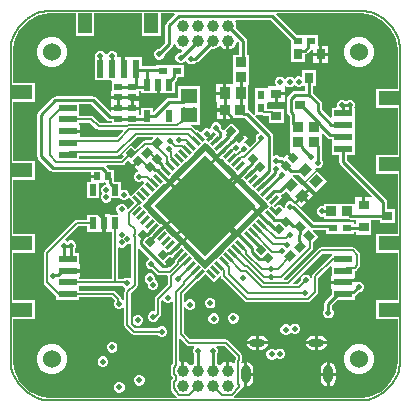
<source format=gbl>
G04*
G04 #@! TF.GenerationSoftware,Altium Limited,Altium Designer,22.10.1 (41)*
G04*
G04 Layer_Physical_Order=4*
G04 Layer_Color=16711680*
%FSLAX25Y25*%
%MOIN*%
G70*
G04*
G04 #@! TF.SameCoordinates,8BF85E7B-6BD0-4BB0-81CB-12CC6FA11C7D*
G04*
G04*
G04 #@! TF.FilePolarity,Positive*
G04*
G01*
G75*
%ADD17C,0.00500*%
%ADD45R,0.06102X0.02362*%
%ADD46R,0.07087X0.04724*%
%ADD49R,0.02362X0.02520*%
%ADD50R,0.02362X0.02953*%
%ADD52R,0.05512X0.05118*%
%ADD55R,0.02520X0.02362*%
%ADD62R,0.03543X0.03937*%
%ADD65C,0.01000*%
%ADD67O,0.05118X0.02559*%
%ADD68O,0.03051X0.06102*%
%ADD69C,0.03937*%
%ADD70C,0.06000*%
%ADD71C,0.01968*%
%ADD73R,0.03740X0.03347*%
%ADD74R,0.03347X0.03740*%
G04:AMPARAMS|DCode=75|XSize=10.24mil|YSize=33.86mil|CornerRadius=0mil|HoleSize=0mil|Usage=FLASHONLY|Rotation=315.000|XOffset=0mil|YOffset=0mil|HoleType=Round|Shape=Rectangle|*
%AMROTATEDRECTD75*
4,1,4,-0.01559,-0.00835,0.00835,0.01559,0.01559,0.00835,-0.00835,-0.01559,-0.01559,-0.00835,0.0*
%
%ADD75ROTATEDRECTD75*%

%ADD76R,0.02362X0.06102*%
%ADD77R,0.04724X0.07087*%
G04:AMPARAMS|DCode=78|XSize=31.5mil|YSize=35.43mil|CornerRadius=0mil|HoleSize=0mil|Usage=FLASHONLY|Rotation=135.000|XOffset=0mil|YOffset=0mil|HoleType=Round|Shape=Rectangle|*
%AMROTATEDRECTD78*
4,1,4,0.02366,0.00139,-0.00139,-0.02366,-0.02366,-0.00139,0.00139,0.02366,0.02366,0.00139,0.0*
%
%ADD78ROTATEDRECTD78*%

%ADD79R,0.02362X0.03937*%
%ADD80R,0.03543X0.03150*%
G04:AMPARAMS|DCode=81|XSize=25.2mil|YSize=23.62mil|CornerRadius=0mil|HoleSize=0mil|Usage=FLASHONLY|Rotation=135.000|XOffset=0mil|YOffset=0mil|HoleType=Round|Shape=Rectangle|*
%AMROTATEDRECTD81*
4,1,4,0.01726,-0.00056,0.00056,-0.01726,-0.01726,0.00056,-0.00056,0.01726,0.01726,-0.00056,0.0*
%
%ADD81ROTATEDRECTD81*%

%ADD82P,0.33407X4X360.0*%
G04:AMPARAMS|DCode=83|XSize=33.86mil|YSize=10.24mil|CornerRadius=0mil|HoleSize=0mil|Usage=FLASHONLY|Rotation=315.000|XOffset=0mil|YOffset=0mil|HoleType=Round|Shape=Rectangle|*
%AMROTATEDRECTD83*
4,1,4,-0.01559,0.00835,-0.00835,0.01559,0.01559,-0.00835,0.00835,-0.01559,-0.01559,0.00835,0.0*
%
%ADD83ROTATEDRECTD83*%

%ADD84R,0.02953X0.02362*%
G04:AMPARAMS|DCode=85|XSize=25.2mil|YSize=23.62mil|CornerRadius=0mil|HoleSize=0mil|Usage=FLASHONLY|Rotation=45.000|XOffset=0mil|YOffset=0mil|HoleType=Round|Shape=Rectangle|*
%AMROTATEDRECTD85*
4,1,4,-0.00056,-0.01726,-0.01726,-0.00056,0.00056,0.01726,0.01726,0.00056,-0.00056,-0.01726,0.0*
%
%ADD85ROTATEDRECTD85*%

%ADD86R,0.03150X0.03543*%
%ADD87R,0.02165X0.03937*%
G04:AMPARAMS|DCode=88|XSize=23.62mil|YSize=29.53mil|CornerRadius=0mil|HoleSize=0mil|Usage=FLASHONLY|Rotation=45.000|XOffset=0mil|YOffset=0mil|HoleType=Round|Shape=Rectangle|*
%AMROTATEDRECTD88*
4,1,4,0.00209,-0.01879,-0.01879,0.00209,-0.00209,0.01879,0.01879,-0.00209,0.00209,-0.01879,0.0*
%
%ADD88ROTATEDRECTD88*%

G04:AMPARAMS|DCode=89|XSize=23.62mil|YSize=29.53mil|CornerRadius=0mil|HoleSize=0mil|Usage=FLASHONLY|Rotation=315.000|XOffset=0mil|YOffset=0mil|HoleType=Round|Shape=Rectangle|*
%AMROTATEDRECTD89*
4,1,4,-0.01879,-0.00209,0.00209,0.01879,0.01879,0.00209,-0.00209,-0.01879,-0.01879,-0.00209,0.0*
%
%ADD89ROTATEDRECTD89*%

G36*
X51181Y64158D02*
X52032D01*
X53718Y63936D01*
X55361Y63496D01*
X56933Y62845D01*
X58406Y61994D01*
X59756Y60958D01*
X60958Y59756D01*
X61994Y58406D01*
X62845Y56933D01*
X63495Y55361D01*
X63936Y53718D01*
X64158Y52032D01*
X64158Y51181D01*
Y38976D01*
X56862D01*
Y32677D01*
X64158D01*
Y16929D01*
X56862D01*
Y10630D01*
X64158D01*
X64158Y-9449D01*
X56862D01*
Y-15748D01*
X64158D01*
Y-31496D01*
X56862D01*
Y-37795D01*
X64158D01*
Y-51181D01*
X64158Y-52032D01*
X63936Y-53718D01*
X63495Y-55361D01*
X62845Y-56933D01*
X61994Y-58406D01*
X60958Y-59756D01*
X59756Y-60958D01*
X58406Y-61994D01*
X56933Y-62845D01*
X55361Y-63496D01*
X53718Y-63936D01*
X52032Y-64158D01*
X51181D01*
X9759D01*
X9634Y-63959D01*
X9569Y-63658D01*
X11958Y-61269D01*
X12187Y-60926D01*
X12242Y-60653D01*
X12546Y-60385D01*
X12768Y-60277D01*
X12886Y-60300D01*
Y-56299D01*
Y-52298D01*
X12400Y-52395D01*
X12321Y-52447D01*
X12293Y-52432D01*
X11958Y-52104D01*
X12187Y-51761D01*
X12268Y-51356D01*
Y-50187D01*
X12187Y-49782D01*
X11958Y-49439D01*
X7441Y-44921D01*
X7098Y-44692D01*
X6693Y-44612D01*
X-5074D01*
X-7210Y-42475D01*
Y-33957D01*
X-6710Y-33857D01*
X-6620Y-34074D01*
X-6122Y-34573D01*
X-5471Y-34843D01*
X-4766D01*
X-4115Y-34573D01*
X-3616Y-34074D01*
X-3347Y-33423D01*
Y-32719D01*
X-3616Y-32067D01*
X-4115Y-31569D01*
X-4766Y-31299D01*
X-5471D01*
X-6122Y-31569D01*
X-6620Y-32067D01*
X-6710Y-32285D01*
X-7210Y-32185D01*
Y-29585D01*
X-2913Y-25288D01*
X-2742Y-25459D01*
X0Y-22716D01*
X2742Y-25459D01*
X4780Y-23421D01*
X5058Y-23537D01*
X5249Y-23659D01*
X5322Y-24027D01*
X5551Y-24370D01*
X13032Y-31850D01*
X13375Y-32080D01*
X13780Y-32160D01*
X34252D01*
X34657Y-32080D01*
X35000Y-31850D01*
X37362Y-29488D01*
X37591Y-29145D01*
X37672Y-28740D01*
Y-24060D01*
X41598Y-20134D01*
X42098Y-20341D01*
Y-23410D01*
X41886D01*
Y-25091D01*
X45937D01*
Y-26091D01*
X41886D01*
Y-27772D01*
X42098D01*
Y-29667D01*
X40017Y-31749D01*
X39732Y-32175D01*
X39632Y-32677D01*
Y-34634D01*
X39443Y-34823D01*
X39173Y-35474D01*
Y-36179D01*
X39443Y-36830D01*
X39941Y-37329D01*
X40593Y-37598D01*
X41297D01*
X41948Y-37329D01*
X42447Y-36830D01*
X42717Y-36179D01*
Y-35474D01*
X42447Y-34823D01*
X42257Y-34634D01*
Y-33221D01*
X43982Y-31496D01*
X49776D01*
Y-30074D01*
X49851Y-30059D01*
X50277Y-29775D01*
X51115Y-28937D01*
X51534D01*
X52185Y-28667D01*
X52683Y-28169D01*
X52953Y-27518D01*
Y-26813D01*
X52683Y-26162D01*
X52185Y-25663D01*
X51534Y-25394D01*
X50829D01*
X50488Y-25535D01*
X49988Y-25201D01*
Y-23410D01*
X49776D01*
Y-21775D01*
X50155Y-21700D01*
X50498Y-21470D01*
X51328Y-20640D01*
X51557Y-20297D01*
X51638Y-19892D01*
Y-16328D01*
X51557Y-15924D01*
X51328Y-15580D01*
X49961Y-14213D01*
X49617Y-13983D01*
X49213Y-13903D01*
X38511D01*
X38106Y-13983D01*
X37763Y-14213D01*
X27155Y-24820D01*
X26478D01*
X26271Y-24320D01*
X35628Y-14963D01*
X35858Y-14620D01*
X35938Y-14215D01*
Y-12197D01*
X37664Y-10471D01*
X35815Y-8622D01*
X36022Y-8122D01*
X40354D01*
Y-9449D01*
X49409D01*
Y-8793D01*
X50197D01*
Y-9646D01*
X55315D01*
X55315Y-4921D01*
X55788Y-4856D01*
X58071D01*
Y-5906D01*
X63189D01*
Y-1181D01*
X60671D01*
Y1163D01*
X60571Y1666D01*
X60286Y2092D01*
X47250Y15128D01*
Y16929D01*
X49776D01*
Y20866D01*
Y24803D01*
Y28740D01*
Y32677D01*
X49776D01*
X49681Y32818D01*
X49803Y33112D01*
Y33817D01*
X49533Y34468D01*
X49035Y34966D01*
X48384Y35236D01*
X47679D01*
X47028Y34966D01*
X46850Y34789D01*
X46673Y34966D01*
X46022Y35236D01*
X45317D01*
X44666Y34966D01*
X44167Y34468D01*
X43898Y33817D01*
Y33112D01*
X43906Y33093D01*
X43628Y32677D01*
X42098D01*
Y29363D01*
X41598Y29155D01*
X38714Y32040D01*
Y34252D01*
X38614Y34754D01*
X38330Y35180D01*
X35958Y37552D01*
Y39961D01*
X37008D01*
Y45079D01*
X32283D01*
Y43308D01*
X31784Y42974D01*
X31455Y43110D01*
X30750D01*
X30099Y42840D01*
X29600Y42342D01*
X29530Y42328D01*
X29165Y42693D01*
X28514Y42963D01*
X27809D01*
X27158Y42693D01*
X26895Y42430D01*
X26568Y42246D01*
X26241Y42430D01*
X25978Y42693D01*
X25327Y42963D01*
X24622D01*
X23971Y42693D01*
X23472Y42195D01*
X23203Y41543D01*
Y40839D01*
X23434Y40279D01*
X23227Y39779D01*
X20850D01*
Y39468D01*
X20472Y39173D01*
X20350Y39173D01*
X16535D01*
Y34646D01*
Y30367D01*
X16035Y30160D01*
X14748Y31448D01*
X14322Y31732D01*
X14075Y31782D01*
Y34547D01*
X14272Y34646D01*
Y40157D01*
X14469Y40256D01*
Y44874D01*
X14469Y45177D01*
X14469Y45677D01*
Y50295D01*
X13911D01*
Y54882D01*
X13811Y55384D01*
X13527Y55810D01*
X10142Y59194D01*
X10256Y59618D01*
Y60343D01*
X10068Y61044D01*
X9849Y61424D01*
X10137Y61924D01*
X21695D01*
X28543Y55075D01*
Y52756D01*
Y47835D01*
X33268D01*
Y50374D01*
X33664Y50453D01*
X34090Y50737D01*
X35286Y51934D01*
X35311Y51971D01*
X35811Y51819D01*
Y50894D01*
X37886D01*
Y53165D01*
X37598D01*
Y56693D01*
X30638D01*
X23635Y63696D01*
X23826Y64158D01*
X51181D01*
D02*
G37*
G36*
X30099Y39837D02*
X30750Y39567D01*
X31455D01*
X31874Y39741D01*
X31874Y39741D01*
X31875Y39741D01*
X32106Y39837D01*
X32165Y39878D01*
X32283Y39961D01*
Y39961D01*
X32283Y39961D01*
X33333D01*
Y38320D01*
X29772D01*
X29270Y38221D01*
X28844Y37936D01*
X28643Y37635D01*
X27509Y36501D01*
X27224Y36075D01*
X27124Y35573D01*
Y31356D01*
X27224Y30854D01*
X27509Y30428D01*
X28026Y29911D01*
Y27354D01*
X28051Y27228D01*
Y24024D01*
X28051Y23720D01*
X28051Y23221D01*
Y18602D01*
X28139D01*
X28330Y18140D01*
X27933Y17743D01*
X29531Y16145D01*
X28824Y15438D01*
X27226Y17036D01*
X26058Y15868D01*
X26030Y15896D01*
X25605Y16180D01*
X25102Y16280D01*
X24632D01*
X24443Y16469D01*
X23791Y16739D01*
X23087D01*
X22896Y16660D01*
X22480Y16938D01*
Y23172D01*
X22380Y23674D01*
X22096Y24100D01*
X16577Y29618D01*
X16784Y30118D01*
X19068D01*
X19137Y30072D01*
X19541Y29991D01*
X21063D01*
Y27362D01*
X26181D01*
Y32087D01*
X22399D01*
X22297Y32107D01*
X20472D01*
Y34335D01*
X20850Y34630D01*
X20966Y34630D01*
X23122D01*
Y37205D01*
X23622D01*
Y37705D01*
X26394D01*
Y39727D01*
X26782Y40016D01*
X26895Y39952D01*
X27158Y39689D01*
X27809Y39419D01*
X28514D01*
X29165Y39689D01*
X29663Y40187D01*
X29734Y40201D01*
X30099Y39837D01*
D02*
G37*
G36*
X-43307Y64158D02*
Y56468D01*
X-37008D01*
Y64158D01*
X-21260D01*
Y56468D01*
X-14961D01*
Y64158D01*
X-10437D01*
X-10245Y63696D01*
X-12956Y60985D01*
X-13240Y60559D01*
X-13340Y60057D01*
Y54264D01*
X-15439Y52165D01*
X-15707D01*
X-16358Y51896D01*
X-16856Y51397D01*
X-17126Y50746D01*
Y50041D01*
X-16856Y49390D01*
X-16358Y48892D01*
X-15707Y48622D01*
X-15002D01*
X-14351Y48892D01*
X-13852Y49390D01*
X-13583Y50041D01*
Y50309D01*
X-11100Y52792D01*
X-10815Y53218D01*
X-10724Y53673D01*
X-10578Y53727D01*
X-10215Y53746D01*
X-9875Y53158D01*
X-9323Y52605D01*
X-8646Y52214D01*
X-8002Y52042D01*
X-7776Y51561D01*
X-8352Y50984D01*
X-8620D01*
X-9271Y50714D01*
X-9770Y50216D01*
X-10039Y49565D01*
Y48860D01*
X-9770Y48209D01*
X-9271Y47711D01*
X-8620Y47441D01*
X-7915D01*
X-7264Y47711D01*
X-6882Y48092D01*
X-6431Y48066D01*
X-6308Y48013D01*
X-6226Y47815D01*
X-5728Y47317D01*
X-5077Y47047D01*
X-4372D01*
X-3721Y47317D01*
X-3389Y47649D01*
X-3049Y47716D01*
X-2623Y48001D01*
X1714Y52338D01*
X2137Y52224D01*
X2863D01*
X3564Y52412D01*
X4192Y52775D01*
X4557Y53140D01*
X5048Y53155D01*
X5177Y53105D01*
X5677Y52605D01*
X6354Y52214D01*
X7000Y52041D01*
Y54980D01*
X8000D01*
Y52041D01*
X8646Y52214D01*
X9323Y52605D01*
X9875Y53158D01*
X10266Y53834D01*
X10439Y54478D01*
X10919Y54705D01*
X11286Y54338D01*
Y50295D01*
X9154D01*
Y45677D01*
X9154Y45374D01*
X9154Y44874D01*
Y40370D01*
X6898D01*
Y37402D01*
X6398D01*
Y36902D01*
X3626D01*
Y34433D01*
X3823D01*
Y32390D01*
X6496D01*
Y31890D01*
X6996D01*
Y29020D01*
X9169D01*
Y29232D01*
X12661D01*
X12787Y29207D01*
X13276D01*
X17853Y24630D01*
X17736Y24040D01*
X17500Y23943D01*
X17002Y23445D01*
X16732Y22793D01*
Y22088D01*
X16940Y21586D01*
X15013Y19658D01*
X14523Y19756D01*
X14441Y19953D01*
X13942Y20451D01*
X13291Y20721D01*
X13183D01*
X12976Y21221D01*
X14208Y22453D01*
X13019Y23641D01*
X11421Y22044D01*
X10714Y22751D01*
X12312Y24349D01*
X11123Y25537D01*
X10973Y25387D01*
X8673Y27687D01*
X6238Y25251D01*
X5740Y25300D01*
X5681Y25387D01*
X5315Y25754D01*
Y26283D01*
X5045Y26935D01*
X4547Y27433D01*
X3896Y27703D01*
X3191D01*
X2540Y27433D01*
X2041Y26935D01*
X1772Y26283D01*
Y25850D01*
X1646Y25738D01*
X1276Y25568D01*
X746Y25787D01*
X41D01*
X-610Y25518D01*
X-1108Y25019D01*
X-1251Y24675D01*
X-1840Y24556D01*
X-2742Y25459D01*
X-3098Y25103D01*
X-4174Y26179D01*
X-4517Y26408D01*
X-4820Y26469D01*
X-4771Y26969D01*
X-4289D01*
X-4289Y26969D01*
X-3585D01*
X-3585Y26969D01*
X-1969D01*
Y33268D01*
Y39961D01*
X-9055D01*
Y35868D01*
X-12049D01*
X-12551Y35768D01*
X-12977Y35483D01*
X-17118Y31342D01*
X-17618Y31549D01*
Y32480D01*
X-21358D01*
Y30289D01*
X-22150D01*
Y31941D01*
X-24409D01*
Y32941D01*
X-22150D01*
Y33882D01*
Y35563D01*
X-24409D01*
Y36563D01*
X-22150D01*
Y38215D01*
X-21358D01*
Y37598D01*
X-17831D01*
Y37386D01*
X-16248D01*
Y40354D01*
X-15248D01*
Y37386D01*
X-13665D01*
Y37598D01*
X-10138D01*
Y41254D01*
X-9595Y41796D01*
X-9311Y42222D01*
X-9211Y42724D01*
Y42913D01*
X-7283D01*
Y46850D01*
X-16339D01*
Y46588D01*
X-21260D01*
Y49382D01*
X-24984D01*
Y49595D01*
X-26665D01*
Y45543D01*
X-27665D01*
Y49595D01*
X-29331D01*
Y50156D01*
X-29600Y50807D01*
X-30099Y51305D01*
X-30750Y51575D01*
X-31455D01*
X-32106Y51305D01*
X-32604Y50807D01*
X-32780Y50382D01*
X-33016Y50368D01*
X-33301Y50432D01*
X-33537Y51004D01*
X-34036Y51502D01*
X-34687Y51772D01*
X-35392D01*
X-36043Y51502D01*
X-36541Y51004D01*
X-36811Y50352D01*
Y49648D01*
X-36989Y49382D01*
X-37008D01*
Y41705D01*
X-31595D01*
X-31181Y41496D01*
Y38244D01*
X-31394D01*
Y36563D01*
X-29134D01*
Y35563D01*
X-31394D01*
Y33882D01*
Y32941D01*
X-29134D01*
Y31941D01*
X-31394D01*
Y31541D01*
X-31856Y31350D01*
X-36580Y36074D01*
X-37005Y36358D01*
X-37508Y36458D01*
X-49521D01*
X-50024Y36358D01*
X-50047Y36343D01*
X-50502Y36252D01*
X-50928Y35967D01*
X-55653Y31243D01*
X-55937Y30817D01*
X-56037Y30315D01*
Y16535D01*
X-55937Y16033D01*
X-55653Y15607D01*
X-51715Y11670D01*
X-51290Y11386D01*
X-50787Y11286D01*
X-38165D01*
Y10343D01*
X-35984D01*
Y9342D01*
X-38165D01*
Y7874D01*
X-39567D01*
Y2362D01*
X-35630D01*
Y7583D01*
X-33803D01*
Y7795D01*
X-33323D01*
X-33161Y7295D01*
X-33413Y6901D01*
X-33471Y6865D01*
X-34074Y6615D01*
X-34573Y6117D01*
X-34843Y5466D01*
Y4761D01*
X-34573Y4110D01*
X-34398Y3935D01*
X-34573Y3760D01*
X-34843Y3108D01*
Y2403D01*
X-34573Y1752D01*
X-34074Y1254D01*
X-33423Y984D01*
X-32719D01*
X-32067Y1254D01*
X-31569Y1752D01*
X-31316Y2362D01*
X-28490D01*
X-28169Y2041D01*
X-27518Y1772D01*
X-26813D01*
X-26162Y2041D01*
X-25813Y2390D01*
X-25663Y2540D01*
X-25161Y2445D01*
X-23641Y925D01*
X-25681Y-1115D01*
X-26181Y-908D01*
Y-829D01*
X-26451Y-178D01*
X-26949Y321D01*
X-27600Y591D01*
X-28305D01*
X-28956Y321D01*
X-29455Y-178D01*
X-29724Y-829D01*
Y-1534D01*
X-29455Y-2185D01*
X-28990Y-2650D01*
X-29005Y-2809D01*
X-29136Y-3150D01*
X-31677D01*
Y-2937D01*
X-33358D01*
Y-5906D01*
Y-8874D01*
X-31677D01*
Y-8661D01*
X-31176D01*
Y-24533D01*
X-42098D01*
Y-23835D01*
X-41886D01*
Y-22154D01*
X-45937D01*
Y-21154D01*
X-41886D01*
Y-19473D01*
X-42098D01*
Y-15748D01*
X-43569D01*
Y-14579D01*
X-43380Y-14389D01*
X-43110Y-13738D01*
Y-13033D01*
X-43380Y-12382D01*
X-43878Y-11884D01*
X-44530Y-11614D01*
X-45234D01*
X-45885Y-11884D01*
X-46063Y-12061D01*
X-46240Y-11884D01*
X-46558Y-11753D01*
X-46675Y-11163D01*
X-42475Y-6963D01*
X-39567D01*
Y-8661D01*
X-36039D01*
Y-8874D01*
X-34358D01*
Y-5906D01*
Y-2937D01*
X-36039D01*
Y-3150D01*
X-39567D01*
Y-4848D01*
X-42913D01*
X-43318Y-4928D01*
X-43661Y-5158D01*
X-53504Y-15000D01*
X-53733Y-15343D01*
X-53814Y-15748D01*
Y-25591D01*
X-53733Y-25995D01*
X-53504Y-26338D01*
X-49776Y-30067D01*
Y-31496D01*
X-42098D01*
Y-30585D01*
X-31147D01*
X-30150Y-31582D01*
X-30242Y-31674D01*
X-30512Y-32325D01*
Y-33030D01*
X-30242Y-33681D01*
X-29744Y-34179D01*
X-29093Y-34449D01*
X-28388D01*
X-27737Y-34179D01*
X-27542Y-33985D01*
X-27042Y-34192D01*
Y-39764D01*
X-26961Y-40169D01*
X-26732Y-40512D01*
X-24514Y-42730D01*
X-24171Y-42959D01*
X-23766Y-43040D01*
X-16015D01*
X-15571Y-43484D01*
X-14919Y-43754D01*
X-14214D01*
X-13563Y-43484D01*
X-13065Y-42986D01*
X-12795Y-42335D01*
Y-41630D01*
X-13065Y-40979D01*
X-13563Y-40480D01*
X-14214Y-40211D01*
X-14919D01*
X-15571Y-40480D01*
X-16015Y-40925D01*
X-23328D01*
X-24927Y-39326D01*
Y-29178D01*
X-22874Y-27126D01*
X-22645Y-26783D01*
X-22564Y-26378D01*
Y-14310D01*
X-22064Y-14103D01*
X-18843Y-17325D01*
X-18960Y-17915D01*
X-19114Y-17978D01*
X-19612Y-18477D01*
X-19882Y-19128D01*
Y-19833D01*
X-19612Y-20484D01*
X-19114Y-20982D01*
X-18463Y-21252D01*
X-17834D01*
X-16291Y-22795D01*
X-15948Y-23024D01*
X-15543Y-23105D01*
X-12896D01*
X-12475Y-23550D01*
Y-26230D01*
X-16473Y-30228D01*
X-16702Y-30571D01*
X-16782Y-30976D01*
Y-35111D01*
X-16970Y-35236D01*
X-17675D01*
X-18326Y-35506D01*
X-18825Y-36004D01*
X-19094Y-36656D01*
Y-37360D01*
X-18825Y-38011D01*
X-18326Y-38510D01*
X-17675Y-38780D01*
X-16970D01*
X-16319Y-38510D01*
X-15821Y-38011D01*
X-15651Y-37600D01*
X-15594Y-37562D01*
X-14977Y-36945D01*
X-14747Y-36602D01*
X-14667Y-36197D01*
Y-31651D01*
X-14167Y-31552D01*
X-14100Y-31712D01*
X-13602Y-32211D01*
X-12951Y-32480D01*
X-12246D01*
X-11595Y-32211D01*
X-11400Y-32016D01*
X-10900Y-32223D01*
Y-52770D01*
X-11032Y-52941D01*
X-11439Y-53925D01*
X-11578Y-54980D01*
X-11439Y-56036D01*
X-11032Y-57019D01*
X-10900Y-57191D01*
Y-57770D01*
X-11032Y-57941D01*
X-11439Y-58925D01*
X-11578Y-59980D01*
X-11439Y-61036D01*
X-11032Y-62019D01*
X-10847Y-62343D01*
X-10789Y-62445D01*
X-10789Y-62445D01*
X-10786Y-62452D01*
X-10525Y-62712D01*
X-10525Y-62712D01*
X-10514Y-62713D01*
X-10510Y-62717D01*
X-10437Y-62790D01*
X-9569Y-63658D01*
X-9634Y-63959D01*
X-9759Y-64158D01*
X-51181D01*
X-52032D01*
X-53718Y-63936D01*
X-55361Y-63496D01*
X-56933Y-62845D01*
X-58406Y-61994D01*
X-59756Y-60958D01*
X-60958Y-59756D01*
X-61994Y-58406D01*
X-62845Y-56933D01*
X-63496Y-55361D01*
X-63936Y-53718D01*
X-64158Y-52032D01*
X-64158Y-51181D01*
Y-37795D01*
X-56862D01*
Y-31496D01*
X-64158D01*
Y-15748D01*
X-56862D01*
Y-9449D01*
X-64158D01*
X-64158Y8661D01*
X-56862D01*
Y14961D01*
X-64158D01*
Y34646D01*
X-56862D01*
Y40945D01*
X-64158D01*
Y51181D01*
Y52032D01*
X-63936Y53718D01*
X-63496Y55361D01*
X-62845Y56933D01*
X-61994Y58406D01*
X-60958Y59756D01*
X-59756Y60958D01*
X-58406Y61994D01*
X-56933Y62845D01*
X-55361Y63495D01*
X-53718Y63936D01*
X-52032Y64158D01*
X-51181Y64158D01*
X-43307D01*
D02*
G37*
G36*
X-32822Y28603D02*
X-32396Y28319D01*
X-31894Y28219D01*
X-31181D01*
Y27436D01*
X-35192D01*
X-37244Y29488D01*
X-37587Y29717D01*
X-37992Y29798D01*
X-42098D01*
Y30709D01*
Y33833D01*
X-38052D01*
X-32822Y28603D01*
D02*
G37*
G36*
X-36378Y25630D02*
X-36035Y25401D01*
X-35630Y25320D01*
X-27616D01*
X-27425Y24858D01*
X-29572Y22711D01*
X-41886D01*
Y24303D01*
X-45937D01*
Y25303D01*
X-41886D01*
Y26984D01*
X-42098D01*
Y27682D01*
X-38430D01*
X-36378Y25630D01*
D02*
G37*
G36*
X-17296Y22496D02*
X-18051Y21741D01*
X-20214D01*
X-20618Y21660D01*
X-20962Y21431D01*
X-23489Y18904D01*
X-24791Y20206D01*
X-27687Y17311D01*
X-27042Y16667D01*
X-28085Y15625D01*
X-42098D01*
Y16659D01*
X-29528D01*
X-29123Y16739D01*
X-28780Y16969D01*
X-22790Y22958D01*
X-17487D01*
X-17296Y22496D01*
D02*
G37*
G36*
X-22044Y14563D02*
X-23642Y12965D01*
X-22521Y11845D01*
X-22557Y11320D01*
X-23056Y11113D01*
X-23554Y10615D01*
X-23824Y9963D01*
Y9259D01*
X-23554Y8608D01*
X-23056Y8109D01*
X-22404Y7840D01*
X-21700D01*
X-21048Y8109D01*
X-21016Y8142D01*
X-20802Y8106D01*
X-20630Y7571D01*
X-24894Y3307D01*
X-25394Y3514D01*
Y3896D01*
X-25663Y4547D01*
X-26162Y5045D01*
X-26813Y5315D01*
X-27518D01*
X-27734Y5225D01*
X-28150Y5503D01*
Y7874D01*
X-30230D01*
X-30526Y8170D01*
Y9161D01*
X-30551Y9288D01*
Y11890D01*
X-32033D01*
X-32273Y12249D01*
X-33071Y13047D01*
X-32880Y13509D01*
X-27647D01*
X-27242Y13590D01*
X-26899Y13819D01*
X-25984Y14733D01*
X-25537Y14861D01*
X-24349Y13672D01*
X-22751Y15270D01*
X-22044Y14563D01*
D02*
G37*
G36*
X40714Y22588D02*
X41139Y22303D01*
X41642Y22203D01*
X42098D01*
Y16929D01*
X44624D01*
Y14585D01*
X44724Y14082D01*
X45009Y13656D01*
X55394Y3272D01*
X55187Y2772D01*
X53256D01*
Y197D01*
X52256D01*
Y2772D01*
X49984D01*
Y746D01*
X49508Y689D01*
Y689D01*
X44890D01*
X44587Y689D01*
X44087Y689D01*
X39469D01*
Y-103D01*
X39329Y-197D01*
X38624D01*
X37973Y-467D01*
X37475Y-965D01*
X37205Y-1616D01*
Y-2321D01*
X37475Y-2972D01*
X37973Y-3470D01*
X38624Y-3740D01*
X39329D01*
X39469Y-3833D01*
Y-4626D01*
X44087D01*
X44390Y-4626D01*
X44890Y-4626D01*
X48094D01*
X48116Y-4630D01*
X48304Y-4756D01*
X48806Y-4856D01*
X49724D01*
X50197Y-4921D01*
X50197Y-5356D01*
Y-6168D01*
X49409D01*
Y-5512D01*
X42024D01*
X41947Y-5497D01*
X36093D01*
X30210Y387D01*
X29793Y665D01*
X29350Y1108D01*
X28699Y1378D01*
X27994D01*
X27343Y1108D01*
X26844Y610D01*
X26575Y-41D01*
Y-746D01*
X26113Y-929D01*
X25964Y-571D01*
X25466Y-73D01*
X24815Y197D01*
X24110D01*
X23459Y-73D01*
X23124Y-408D01*
X22716Y0D01*
X25459Y2742D01*
X25073Y3128D01*
X25238Y3670D01*
X25390Y3701D01*
X25816Y3985D01*
X26776Y4946D01*
X28137Y3586D01*
X28199Y3523D01*
X28340Y3082D01*
X28420Y3002D01*
X29807Y1615D01*
X31767Y3574D01*
X33727Y5534D01*
X32339Y6922D01*
X32260Y7001D01*
X31818Y7142D01*
X29135Y9826D01*
X29326Y10288D01*
X31067D01*
X33095Y8260D01*
X36714Y11879D01*
X36508Y12084D01*
X36791Y12508D01*
X37049Y12402D01*
X37754D01*
X38405Y12671D01*
X38903Y13170D01*
X39173Y13821D01*
Y14526D01*
X38903Y15177D01*
X38714Y15366D01*
Y18602D01*
X38878D01*
Y23221D01*
X38878Y23770D01*
X39340Y23961D01*
X40714Y22588D01*
D02*
G37*
G36*
X626Y20559D02*
X1072Y20114D01*
X2018Y19167D01*
X2464Y18722D01*
X3260Y17925D01*
X3110Y17775D01*
X3825Y17060D01*
X5729Y18964D01*
X6436Y18257D01*
X4532Y16353D01*
X5248Y15637D01*
X5398Y15787D01*
X6194Y14991D01*
X6640Y14546D01*
X7586Y13599D01*
X8032Y13154D01*
X8978Y12207D01*
X9423Y11762D01*
X10220Y10966D01*
X10069Y10815D01*
X10785Y10100D01*
X12689Y12004D01*
X13396Y11297D01*
X11492Y9393D01*
X12207Y8677D01*
X12358Y8828D01*
X13154Y8032D01*
X13599Y7586D01*
X14546Y6640D01*
X14991Y6194D01*
X15938Y5248D01*
X16383Y4802D01*
X17330Y3856D01*
X17775Y3410D01*
X18722Y2464D01*
X19167Y2018D01*
X20114Y1072D01*
X20559Y626D01*
X21185Y0D01*
X20114Y-1072D01*
X19317Y-1868D01*
X19167Y-1718D01*
X18452Y-2433D01*
X20356Y-4337D01*
X19649Y-5044D01*
X17744Y-3140D01*
X17029Y-3856D01*
X17179Y-4006D01*
X15938Y-5248D01*
X14546Y-6640D01*
X13154Y-8032D01*
X12358Y-8828D01*
X12207Y-8677D01*
X11492Y-9393D01*
X13396Y-11297D01*
X12689Y-12004D01*
X10785Y-10100D01*
X10069Y-10815D01*
X10220Y-10966D01*
X8978Y-12207D01*
X7586Y-13599D01*
X6194Y-14991D01*
X4802Y-16383D01*
X3410Y-17775D01*
X2018Y-19167D01*
X626Y-20559D01*
X0Y-21185D01*
X-1072Y-20114D01*
X-2464Y-18722D01*
X-3856Y-17330D01*
X-5248Y-15938D01*
X-6640Y-14546D01*
X-7436Y-13750D01*
X-7285Y-13599D01*
X-8001Y-12884D01*
X-9905Y-14788D01*
X-10612Y-14081D01*
X-8708Y-12177D01*
X-9423Y-11461D01*
X-9574Y-11612D01*
X-10815Y-10370D01*
X-12207Y-8978D01*
X-13003Y-8182D01*
X-12853Y-8032D01*
X-13569Y-7316D01*
X-15473Y-9220D01*
X-16180Y-8513D01*
X-14276Y-6609D01*
X-14991Y-5894D01*
X-15142Y-6044D01*
X-16383Y-4802D01*
X-17775Y-3410D01*
X-19167Y-2018D01*
X-20559Y-626D01*
X-21185Y0D01*
X-20559Y626D01*
X-19167Y2018D01*
X-17775Y3410D01*
X-16383Y4802D01*
X-14991Y6194D01*
X-13750Y7436D01*
X-13599Y7285D01*
X-12884Y8001D01*
X-14788Y9905D01*
X-14081Y10612D01*
X-12177Y8708D01*
X-11461Y9423D01*
X-11612Y9574D01*
X-10815Y10370D01*
X-9423Y11762D01*
X-8032Y13154D01*
X-6640Y14546D01*
X-5248Y15938D01*
X-3856Y17330D01*
X-2464Y18722D01*
X-1072Y20114D01*
X0Y21185D01*
X626Y20559D01*
D02*
G37*
G36*
X-24680Y-12878D02*
Y-24076D01*
X-25180Y-24283D01*
X-25196Y-24267D01*
X-25847Y-23998D01*
X-26551D01*
X-27203Y-24267D01*
X-27468Y-24533D01*
X-29060D01*
Y-14205D01*
X-28560Y-13871D01*
X-28305Y-13976D01*
X-27600D01*
X-26949Y-13707D01*
X-26451Y-13208D01*
X-26280Y-12795D01*
X-25632D01*
X-25180Y-12608D01*
X-24680Y-12878D01*
D02*
G37*
G36*
X42098Y-16815D02*
X42024Y-16830D01*
X41681Y-17060D01*
X35866Y-22874D01*
X35637Y-23217D01*
X35557Y-23622D01*
Y-23917D01*
X35056Y-24017D01*
X34966Y-23800D01*
X34468Y-23301D01*
X33817Y-23031D01*
X33112D01*
X32461Y-23301D01*
X31963Y-23800D01*
X31693Y-24451D01*
Y-25079D01*
X30664Y-26108D01*
X29513D01*
X29321Y-25646D01*
X38949Y-16018D01*
X42098D01*
Y-16815D01*
D02*
G37*
G36*
X-27701Y-26773D02*
X-27203Y-27271D01*
X-26860Y-27413D01*
X-26732Y-27992D01*
X-26961Y-28335D01*
X-27042Y-28740D01*
Y-31163D01*
X-27542Y-31370D01*
X-27737Y-31175D01*
X-27959Y-31083D01*
X-28006Y-30848D01*
X-28236Y-30505D01*
X-29961Y-28780D01*
X-30304Y-28550D01*
X-30709Y-28470D01*
X-42098D01*
Y-26648D01*
X-27753D01*
X-27701Y-26773D01*
D02*
G37*
G36*
X10153Y-50625D02*
Y-50918D01*
X10075Y-50996D01*
X9846Y-51339D01*
X9765Y-51744D01*
Y-52422D01*
X9756Y-52425D01*
X9265Y-52572D01*
X8646Y-52214D01*
X8000Y-52041D01*
Y-54980D01*
X7000D01*
Y-52041D01*
X6354Y-52214D01*
X5677Y-52605D01*
X5177Y-53105D01*
X5048Y-53155D01*
X4557Y-53140D01*
X4192Y-52775D01*
X3744Y-52516D01*
Y-49549D01*
X3864Y-49429D01*
X4134Y-48778D01*
Y-48073D01*
X3864Y-47422D01*
X3669Y-47227D01*
X3877Y-46727D01*
X6255D01*
X10153Y-50625D01*
D02*
G37*
G36*
X-6260Y-46417D02*
X-5917Y-46646D01*
X-5512Y-46727D01*
X-3877D01*
X-3669Y-47227D01*
X-3864Y-47422D01*
X-4134Y-48073D01*
Y-48778D01*
X-3864Y-49429D01*
X-3744Y-49549D01*
Y-52516D01*
X-4192Y-52775D01*
X-4557Y-53140D01*
X-5048Y-53155D01*
X-5177Y-53105D01*
X-5677Y-52605D01*
X-6354Y-52214D01*
X-7000Y-52041D01*
Y-54980D01*
X-8000D01*
Y-52041D01*
X-8285Y-52117D01*
X-8785Y-51739D01*
Y-44545D01*
X-8323Y-44354D01*
X-6260Y-46417D01*
D02*
G37*
%LPC*%
G36*
X40961Y53165D02*
X38886D01*
Y50894D01*
X40961D01*
Y53165D01*
D02*
G37*
G36*
Y49894D02*
X38886D01*
Y47622D01*
X40961D01*
Y49894D01*
D02*
G37*
G36*
X37886D02*
X35811D01*
Y47622D01*
X37886D01*
Y49894D01*
D02*
G37*
G36*
X51855Y56299D02*
X50507D01*
X49206Y55950D01*
X48039Y55277D01*
X47086Y54324D01*
X46412Y53157D01*
X46063Y51855D01*
Y50507D01*
X46412Y49206D01*
X47086Y48039D01*
X48039Y47086D01*
X49206Y46412D01*
X50507Y46063D01*
X51855D01*
X53157Y46412D01*
X54324Y47086D01*
X55277Y48039D01*
X55950Y49206D01*
X56299Y50507D01*
Y51855D01*
X55950Y53157D01*
X55277Y54324D01*
X54324Y55277D01*
X53157Y55950D01*
X51855Y56299D01*
D02*
G37*
G36*
X1927Y-30709D02*
X1222D01*
X571Y-30978D01*
X73Y-31477D01*
X-197Y-32128D01*
Y-32833D01*
X73Y-33484D01*
X571Y-33982D01*
X1222Y-34252D01*
X1927D01*
X2578Y-33982D01*
X3077Y-33484D01*
X3347Y-32833D01*
Y-32128D01*
X3077Y-31477D01*
X2578Y-30978D01*
X1927Y-30709D01*
D02*
G37*
G36*
X9644Y-35827D02*
X8939D01*
X8288Y-36097D01*
X7789Y-36595D01*
X7520Y-37246D01*
Y-37951D01*
X7789Y-38602D01*
X8288Y-39100D01*
X8939Y-39370D01*
X9644D01*
X10295Y-39100D01*
X10793Y-38602D01*
X11063Y-37951D01*
Y-37246D01*
X10793Y-36595D01*
X10295Y-36097D01*
X9644Y-35827D01*
D02*
G37*
G36*
X3109Y-35926D02*
X2405D01*
X1753Y-36196D01*
X1255Y-36694D01*
X985Y-37345D01*
Y-38050D01*
X1255Y-38702D01*
X1753Y-39200D01*
X2405Y-39470D01*
X3109D01*
X3760Y-39200D01*
X4259Y-38702D01*
X4529Y-38050D01*
Y-37345D01*
X4259Y-36694D01*
X3760Y-36196D01*
X3109Y-35926D01*
D02*
G37*
G36*
X30069Y-39362D02*
X29364D01*
X28713Y-39632D01*
X28214Y-40130D01*
X28093Y-40154D01*
X27775Y-39837D01*
X27124Y-39567D01*
X26419D01*
X25768Y-39837D01*
X25270Y-40335D01*
X25000Y-40986D01*
Y-41691D01*
X25270Y-42342D01*
X25768Y-42840D01*
X26419Y-43110D01*
X27124D01*
X27775Y-42840D01*
X28274Y-42342D01*
X28395Y-42318D01*
X28713Y-42635D01*
X29364Y-42905D01*
X30069D01*
X30720Y-42635D01*
X31218Y-42137D01*
X31488Y-41486D01*
Y-40781D01*
X31218Y-40130D01*
X30720Y-39632D01*
X30069Y-39362D01*
D02*
G37*
G36*
X38287Y-43345D02*
X37508D01*
Y-45169D01*
X40512D01*
X40435Y-44780D01*
X39931Y-44026D01*
X39177Y-43522D01*
X38287Y-43345D01*
D02*
G37*
G36*
X36508D02*
X35728D01*
X34839Y-43522D01*
X34085Y-44026D01*
X33581Y-44780D01*
X33504Y-45169D01*
X36508D01*
Y-43345D01*
D02*
G37*
G36*
X18602D02*
X17823D01*
Y-45169D01*
X20827D01*
X20750Y-44780D01*
X20246Y-44026D01*
X19492Y-43522D01*
X18602Y-43345D01*
D02*
G37*
G36*
X16823D02*
X16043D01*
X15154Y-43522D01*
X14400Y-44026D01*
X13896Y-44780D01*
X13819Y-45169D01*
X16823D01*
Y-43345D01*
D02*
G37*
G36*
X40512Y-46169D02*
X37508D01*
Y-47993D01*
X38287D01*
X39177Y-47817D01*
X39931Y-47313D01*
X40435Y-46559D01*
X40512Y-46169D01*
D02*
G37*
G36*
X36508D02*
X33504D01*
X33581Y-46559D01*
X34085Y-47313D01*
X34839Y-47817D01*
X35728Y-47993D01*
X36508D01*
Y-46169D01*
D02*
G37*
G36*
X20827D02*
X17823D01*
Y-47993D01*
X18602D01*
X19492Y-47817D01*
X20246Y-47313D01*
X20750Y-46559D01*
X20827Y-46169D01*
D02*
G37*
G36*
X16823D02*
X13819D01*
X13896Y-46559D01*
X14400Y-47313D01*
X15154Y-47817D01*
X16043Y-47993D01*
X16823D01*
Y-46169D01*
D02*
G37*
G36*
X25155Y-47653D02*
X24451D01*
X23800Y-47923D01*
X23335Y-48388D01*
X23051Y-48104D01*
X22400Y-47835D01*
X21695D01*
X21044Y-48104D01*
X20545Y-48603D01*
X20276Y-49254D01*
Y-49959D01*
X20545Y-50610D01*
X21044Y-51108D01*
X21695Y-51378D01*
X22400D01*
X23051Y-51108D01*
X23516Y-50643D01*
X23800Y-50927D01*
X24451Y-51197D01*
X25155D01*
X25807Y-50927D01*
X26305Y-50429D01*
X26575Y-49777D01*
Y-49073D01*
X26305Y-48421D01*
X25807Y-47923D01*
X25155Y-47653D01*
D02*
G37*
G36*
X13886Y-52298D02*
Y-55799D01*
X15961D01*
Y-54774D01*
X15765Y-53788D01*
X15207Y-52953D01*
X14371Y-52395D01*
X13886Y-52298D01*
D02*
G37*
G36*
X41445D02*
Y-55799D01*
X43520D01*
Y-54774D01*
X43324Y-53788D01*
X42766Y-52953D01*
X41930Y-52395D01*
X41445Y-52298D01*
D02*
G37*
G36*
X40445D02*
X39959Y-52395D01*
X39124Y-52953D01*
X38566Y-53788D01*
X38370Y-54774D01*
Y-55799D01*
X40445D01*
Y-52298D01*
D02*
G37*
G36*
X51855Y-46063D02*
X50507D01*
X49206Y-46412D01*
X48039Y-47086D01*
X47086Y-48039D01*
X46412Y-49206D01*
X46063Y-50507D01*
Y-51855D01*
X46412Y-53157D01*
X47086Y-54324D01*
X48039Y-55277D01*
X49206Y-55950D01*
X50507Y-56299D01*
X51855D01*
X53157Y-55950D01*
X54324Y-55277D01*
X55277Y-54324D01*
X55950Y-53157D01*
X56299Y-51855D01*
Y-50507D01*
X55950Y-49206D01*
X55277Y-48039D01*
X54324Y-47086D01*
X53157Y-46412D01*
X51855Y-46063D01*
D02*
G37*
G36*
X43520Y-56799D02*
X41445D01*
Y-60300D01*
X41930Y-60204D01*
X42766Y-59646D01*
X43324Y-58810D01*
X43520Y-57825D01*
Y-56799D01*
D02*
G37*
G36*
X15961D02*
X13886D01*
Y-60300D01*
X14371Y-60204D01*
X15207Y-59646D01*
X15765Y-58810D01*
X15961Y-57825D01*
Y-56799D01*
D02*
G37*
G36*
X40445D02*
X38370D01*
Y-57825D01*
X38566Y-58810D01*
X39124Y-59646D01*
X39959Y-60204D01*
X40445Y-60300D01*
Y-56799D01*
D02*
G37*
G36*
X26394Y36705D02*
X24122D01*
Y34630D01*
X26394D01*
Y36705D01*
D02*
G37*
G36*
X-50507Y56299D02*
X-51855D01*
X-53157Y55950D01*
X-54324Y55277D01*
X-55277Y54324D01*
X-55950Y53157D01*
X-56299Y51855D01*
Y50507D01*
X-55950Y49206D01*
X-55277Y48039D01*
X-54324Y47086D01*
X-53157Y46412D01*
X-51855Y46063D01*
X-50507D01*
X-49206Y46412D01*
X-48039Y47086D01*
X-47086Y48039D01*
X-46412Y49206D01*
X-46063Y50507D01*
Y51855D01*
X-46412Y53157D01*
X-47086Y54324D01*
X-48039Y55277D01*
X-49206Y55950D01*
X-50507Y56299D01*
D02*
G37*
G36*
X5898Y40370D02*
X3626D01*
Y37902D01*
X5898D01*
Y40370D01*
D02*
G37*
G36*
X5996Y31390D02*
X3823D01*
Y29020D01*
X5996D01*
Y31390D01*
D02*
G37*
G36*
X-18151Y-22638D02*
X-18856D01*
X-19508Y-22907D01*
X-20006Y-23406D01*
X-20276Y-24057D01*
Y-24762D01*
X-20006Y-25413D01*
X-19508Y-25911D01*
X-19249Y-26019D01*
X-19252Y-26026D01*
Y-26730D01*
X-18982Y-27382D01*
X-18484Y-27880D01*
X-17833Y-28150D01*
X-17128D01*
X-16477Y-27880D01*
X-15978Y-27382D01*
X-15709Y-26730D01*
Y-26026D01*
X-15978Y-25374D01*
X-16477Y-24876D01*
X-16735Y-24769D01*
X-16732Y-24762D01*
Y-24057D01*
X-17002Y-23406D01*
X-17500Y-22907D01*
X-18151Y-22638D01*
D02*
G37*
G36*
X-22178Y-36507D02*
X-22883D01*
X-23534Y-36776D01*
X-24032Y-37275D01*
X-24302Y-37926D01*
Y-38631D01*
X-24032Y-39282D01*
X-23534Y-39780D01*
X-22883Y-40050D01*
X-22178D01*
X-21527Y-39780D01*
X-21028Y-39282D01*
X-20758Y-38631D01*
Y-37926D01*
X-21028Y-37275D01*
X-21527Y-36776D01*
X-22178Y-36507D01*
D02*
G37*
G36*
X-30750Y-45472D02*
X-31455D01*
X-32106Y-45742D01*
X-32604Y-46240D01*
X-32874Y-46892D01*
Y-47596D01*
X-32604Y-48248D01*
X-32106Y-48746D01*
X-31455Y-49016D01*
X-30750D01*
X-30099Y-48746D01*
X-29600Y-48248D01*
X-29331Y-47596D01*
Y-46892D01*
X-29600Y-46240D01*
X-30099Y-45742D01*
X-30750Y-45472D01*
D02*
G37*
G36*
X-33820Y-50295D02*
X-34525D01*
X-35176Y-50565D01*
X-35674Y-51063D01*
X-35944Y-51714D01*
Y-52419D01*
X-35674Y-53070D01*
X-35176Y-53569D01*
X-34525Y-53839D01*
X-33820D01*
X-33169Y-53569D01*
X-32670Y-53070D01*
X-32400Y-52419D01*
Y-51714D01*
X-32670Y-51063D01*
X-33169Y-50565D01*
X-33820Y-50295D01*
D02*
G37*
G36*
X-50507Y-46063D02*
X-51855D01*
X-53157Y-46412D01*
X-54324Y-47086D01*
X-55277Y-48039D01*
X-55950Y-49206D01*
X-56299Y-50507D01*
Y-51855D01*
X-55950Y-53157D01*
X-55277Y-54324D01*
X-54324Y-55277D01*
X-53157Y-55950D01*
X-51855Y-56299D01*
X-50507D01*
X-49206Y-55950D01*
X-48039Y-55277D01*
X-47086Y-54324D01*
X-46412Y-53157D01*
X-46063Y-51855D01*
Y-50507D01*
X-46412Y-49206D01*
X-47086Y-48039D01*
X-48039Y-47086D01*
X-49206Y-46412D01*
X-50507Y-46063D01*
D02*
G37*
G36*
X-21695Y-56496D02*
X-22400D01*
X-23051Y-56766D01*
X-23549Y-57264D01*
X-23819Y-57915D01*
Y-58620D01*
X-23549Y-59271D01*
X-23051Y-59770D01*
X-22400Y-60039D01*
X-21695D01*
X-21044Y-59770D01*
X-20545Y-59271D01*
X-20276Y-58620D01*
Y-57915D01*
X-20545Y-57264D01*
X-21044Y-56766D01*
X-21695Y-56496D01*
D02*
G37*
G36*
X-28388Y-58858D02*
X-29093D01*
X-29744Y-59128D01*
X-30242Y-59626D01*
X-30512Y-60277D01*
Y-60982D01*
X-30242Y-61633D01*
X-29744Y-62132D01*
X-29093Y-62402D01*
X-28388D01*
X-27737Y-62132D01*
X-27238Y-61633D01*
X-26969Y-60982D01*
Y-60277D01*
X-27238Y-59626D01*
X-27737Y-59128D01*
X-28388Y-58858D01*
D02*
G37*
G36*
X37076Y11517D02*
X33457Y7898D01*
X36797Y4557D01*
X40416Y8176D01*
X37076Y11517D01*
D02*
G37*
G36*
X34434Y4827D02*
X32827Y3221D01*
X34295Y1754D01*
X35901Y3360D01*
X34434Y4827D01*
D02*
G37*
G36*
X32120Y2514D02*
X30514Y908D01*
X31981Y-559D01*
X33588Y1047D01*
X32120Y2514D01*
D02*
G37*
G36*
X0Y18117D02*
X-8705Y9412D01*
X0Y707D01*
X8705Y9412D01*
X0Y18117D01*
D02*
G37*
G36*
X9412Y8705D02*
X707Y0D01*
X9412Y-8705D01*
X18117Y0D01*
X9412Y8705D01*
D02*
G37*
G36*
X-9412Y8705D02*
X-18117Y0D01*
X-9412Y-8705D01*
X-707Y0D01*
X-9412Y8705D01*
D02*
G37*
G36*
X0Y-707D02*
X-8705Y-9412D01*
X0Y-18117D01*
X8705Y-9412D01*
X0Y-707D01*
D02*
G37*
%LPD*%
D17*
X-9843Y-53097D02*
X-10335Y-53982D01*
X-10506Y-54980D01*
X-10335Y-55979D01*
X-9843Y-56864D01*
Y-58097D02*
X-10327Y-58960D01*
X-10505Y-59934D01*
X-10358Y-60913D01*
X-9900Y-61791D01*
X-9896Y-61795D02*
X-9900Y-61791D01*
X-9814Y-61908D02*
X-9765Y-61966D01*
X-9843Y-28740D02*
X-7278Y-26176D01*
Y-25373D01*
X-9843Y-53097D02*
Y-28740D01*
X-11417Y-23550D02*
X-7508Y-19640D01*
X-7483D01*
X-6453Y-18610D01*
X-6083D01*
X-11417Y-26669D02*
Y-23550D01*
X22600Y-23856D02*
X25239D01*
X21494D02*
X22047Y-24409D01*
X19664Y-23856D02*
X21494D01*
X21994Y-24409D02*
Y-23856D01*
X22047Y-24409D02*
X22600Y-23856D01*
X22282Y-21100D02*
X24175D01*
X22138Y-20957D02*
X22282Y-21100D01*
X13659Y-16022D02*
X18738Y-21100D01*
X21994D01*
X24175D02*
X28320Y-16955D01*
X28321D01*
X10259Y-14451D02*
X19664Y-23856D01*
X10259Y-14451D02*
Y-14435D01*
X25239Y-23856D02*
X34880Y-14215D01*
X19579Y-25878D02*
X27593D01*
X13780Y-20079D02*
X19579Y-25878D01*
X27593D02*
X38511Y-14961D01*
X18898Y-27165D02*
X31102D01*
X13386Y-21654D02*
X18898Y-27165D01*
X31102D02*
X33465Y-24803D01*
X12992Y16142D02*
X18223Y21373D01*
X11966Y16142D02*
X12992D01*
X10259Y14435D02*
X11966Y16142D01*
X9912Y18815D02*
X10187Y19089D01*
X7491Y17218D02*
X9088Y18815D01*
X7475Y17218D02*
X7491D01*
X9088Y18815D02*
X9912D01*
X11025Y17035D02*
X12939Y18949D01*
X10446Y17035D02*
X11025D01*
X9237Y15826D02*
X10446Y17035D01*
X8867Y15826D02*
X9237D01*
X18223Y22160D02*
X18504Y22441D01*
X18223Y21373D02*
Y22160D01*
X-52756Y-25591D02*
X-48819Y-29528D01*
X-52756Y-25591D02*
Y-15748D01*
X-42913Y-5906D01*
X25579Y-15354D02*
X25644Y-15290D01*
X22314Y-15354D02*
X25579D01*
X17235Y-7475D02*
X22540Y-12779D01*
X26953D01*
X27165Y-12992D01*
X17218Y-7475D02*
X17235D01*
X26879Y-10931D02*
X27917Y-9894D01*
X28295D01*
X25361Y-10931D02*
X26879D01*
X-5920Y24016D02*
X-3299Y21394D01*
X-23228Y24016D02*
X-5920D01*
X-29528Y17717D02*
X-23228Y24016D01*
X-4922Y25431D02*
X-2277Y22786D01*
X-25356Y25431D02*
X-4922D01*
X-25890Y26719D02*
X-9502D01*
X-8215Y28006D01*
X-29134Y21654D02*
X-25356Y25431D01*
X-26230Y26378D02*
X-25890Y26719D01*
X-6574Y21885D02*
X-4691Y20002D01*
X-8661Y21885D02*
X-6574D01*
X36614Y-28740D02*
Y-23622D01*
X13780Y-31102D02*
X34252D01*
X36614Y-28740D01*
X-15724Y-30976D02*
X-11417Y-26669D01*
X-15724Y-36197D02*
Y-30976D01*
X-16342Y-36814D02*
X-15724Y-36197D01*
X-9843Y-58097D02*
Y-56864D01*
X-9896Y-61795D02*
X-9814Y-61908D01*
X-9765Y-61966D02*
X-9762Y-61969D01*
X-8745Y-62986D01*
X-7278Y-25373D02*
X-3299Y-21394D01*
X-8268Y-29147D02*
X-1907Y-22786D01*
X-8268Y-42913D02*
X-5512Y-45669D01*
X-8268Y-42913D02*
Y-29147D01*
X1392Y0D02*
X13386D01*
X15311D01*
X-25984Y-28740D02*
X-23622Y-26378D01*
X-25984Y-39764D02*
Y-28740D01*
Y-39764D02*
X-23766Y-41982D01*
X18504Y36909D02*
Y37008D01*
X-7671Y19829D02*
X-6453Y18610D01*
X-9986Y19829D02*
X-7671D01*
X-11811Y21654D02*
X-9986Y19829D01*
X-18575Y17899D02*
X-17792D01*
X-18390Y17691D02*
X-18000D01*
X-18898Y17717D02*
X-16579Y15398D01*
X-19317Y17691D02*
X-18784D01*
X-16579Y15398D02*
X-16098D01*
X-19291Y17717D02*
X-18898D01*
X-18000Y17691D02*
X-17792Y17899D01*
X-21025Y14973D02*
X-19001Y12948D01*
X-18548D01*
X-22342Y14973D02*
X-21025D01*
X-22397Y14917D02*
X-22342Y14973D01*
X-18784Y17691D02*
X-18575Y17899D01*
X-11510Y16036D02*
Y17969D01*
X-12205Y18664D02*
X-11510Y17969D01*
X-12205Y18664D02*
Y18898D01*
X-10259Y14435D02*
Y14785D01*
X-11510Y16036D02*
X-10259Y14785D01*
X-16233Y20775D02*
X-16116Y20892D01*
X-16325Y20683D02*
X-16233Y20775D01*
X-11651Y13043D02*
Y13413D01*
X-12941Y14703D02*
Y16166D01*
X-16233Y19458D02*
X-12941Y16166D01*
X-16233Y19458D02*
Y20775D01*
X-12941Y14703D02*
X-11651Y13413D01*
X-6453Y18610D02*
X-6083D01*
X25361Y-10931D02*
X25361Y-10931D01*
X18610Y-6083D02*
X23459Y-10931D01*
X25361D01*
X15826Y-8867D02*
X22314Y-15354D01*
X13119Y-20079D02*
X13780D01*
X8867Y-15826D02*
X13119Y-20079D01*
X7475Y-17218D02*
X11910Y-21654D01*
X13386D01*
X-23766Y-41982D02*
X-14567D01*
X-25383Y-6012D02*
X-23622Y-7772D01*
X-23673Y-10284D02*
Y-9425D01*
X-23622Y-9373D01*
X-23673Y-10284D02*
X-23622Y-10335D01*
Y-9373D02*
Y-7772D01*
Y-26378D02*
Y-10335D01*
X-25383Y-6012D02*
Y-2312D01*
X-22160Y910D01*
Y1281D01*
X-22786Y1907D02*
X-22160Y1281D01*
X-26378Y-25591D02*
X-26199Y-25769D01*
X-30118Y-25591D02*
X-26378D01*
X-30709Y-29528D02*
X-28984Y-31253D01*
Y-32434D02*
X-28740Y-32677D01*
X-28984Y-32434D02*
Y-31253D01*
X-48819Y-29528D02*
X-30709D01*
X14064Y-29025D02*
X33355D01*
X7874Y-22835D02*
X14064Y-29025D01*
X7874Y-22835D02*
Y-20402D01*
X4691Y-20002D02*
X6299Y-21611D01*
Y-23622D02*
Y-21611D01*
Y-23622D02*
X13780Y-31102D01*
X36614Y-23622D02*
X42429Y-17808D01*
X6083Y-18610D02*
X7874Y-20402D01*
X13659Y-16022D02*
Y-15051D01*
X45846Y-17808D02*
X45937Y-17717D01*
X42429Y-17808D02*
X45846D01*
X-19374Y9405D02*
X-17443Y7475D01*
X-21846Y9405D02*
X-19374D01*
X-17443Y7475D02*
X-17218D01*
X-51968Y16868D02*
Y28909D01*
X-48201Y32677D01*
X-51968Y16868D02*
X-49668Y14567D01*
X38511Y-14961D02*
X49213D01*
X50580Y-16328D01*
Y-19892D02*
Y-16328D01*
X49750Y-20722D02*
X50580Y-19892D01*
X46868Y-20722D02*
X49750D01*
X45937Y-21654D02*
X46868Y-20722D01*
X-5512Y-45669D02*
X6693D01*
X11210Y-50187D01*
X10823Y-59330D02*
Y-51744D01*
Y-59330D02*
X11210Y-59717D01*
Y-60521D02*
Y-59717D01*
Y-51356D02*
Y-50187D01*
X10823Y-51744D02*
X11210Y-51356D01*
X-17129Y-36814D02*
X-16342D01*
X-17323Y-37008D02*
X-17129Y-36814D01*
X-48201Y32677D02*
X-45937D01*
X-49668Y14567D02*
X-27647D01*
X-24847Y17367D01*
X-45543Y17717D02*
X-29528D01*
X-46331Y16929D02*
X-45543Y17717D01*
X-46331Y28740D02*
X-45400Y29671D01*
X-2277Y22786D02*
X-1907D01*
X-45543Y21654D02*
X-29134D01*
X-46331Y20866D02*
X-45543Y21654D01*
X-7821Y28006D02*
X-7087Y28740D01*
X-8215Y28006D02*
X-7821D01*
X-35630Y26378D02*
X-26230D01*
X-37992Y28740D02*
X-35630Y26378D01*
X-45937Y28740D02*
X-37992D01*
X-24847Y17367D02*
X-23530D01*
X-45937Y-25591D02*
X-30118D01*
Y-5906D01*
X-42913D02*
X-37598D01*
X-15543Y-22047D02*
X-11736D01*
X-18110Y-19480D02*
X-15543Y-22047D01*
X-11736D02*
X-9004Y-19316D01*
X18504Y32087D02*
X19541Y31049D01*
X22297D01*
X23622Y29724D01*
X18504Y32087D02*
Y32382D01*
X-9055Y-24409D02*
Y-24388D01*
X-4691Y-20024D01*
Y-20002D01*
X-9004Y-19316D02*
Y-18747D01*
X-7475Y-17218D01*
Y-17218D01*
X-22052Y9611D02*
X-21846Y9405D01*
X0Y-4176D02*
Y0D01*
X11651Y-13043D02*
X13659Y-15051D01*
X-6960Y0D02*
X-4176D01*
X0D02*
Y12528D01*
Y0D02*
X1392D01*
X-4176D02*
X0D01*
X11651Y-13043D02*
Y-13043D01*
X-16116Y20892D02*
Y20892D01*
X20002Y-4691D02*
X20845Y-5533D01*
X8745Y-62986D02*
X11210Y-60521D01*
X5506Y-62986D02*
X8745D01*
X2500Y-59980D02*
X5506Y-62986D01*
X-8745D02*
X-5506D01*
X-2500Y-59980D01*
X34880Y-14215D02*
Y-10471D01*
X-19317Y17691D02*
X-19291Y17717D01*
X-7087Y28740D02*
X-4724D01*
X-3937D02*
Y31890D01*
X-4724Y28740D02*
X-4331Y29134D01*
X-7087Y31890D02*
X-3937D01*
X-4331Y29134D02*
X-3937Y28740D01*
X-7087Y31890D02*
X-5512Y30315D01*
X-5512D01*
X34672Y-10262D02*
X34880Y-10471D01*
X-20214Y20683D02*
X-16325D01*
X-23530Y17367D02*
X-20214Y20683D01*
X-51181Y64961D02*
X-52164Y64925D01*
X-53142Y64820D01*
X-54110Y64646D01*
X-55063Y64403D01*
X-55997Y64092D01*
X-56905Y63715D01*
X-57785Y63275D01*
X-58631Y62773D01*
X-59439Y62212D01*
X-60205Y61595D01*
X-60925Y60925D01*
X-61595Y60205D01*
X-62212Y59439D01*
X-62773Y58631D01*
X-63275Y57785D01*
X-63715Y56905D01*
X-64092Y55997D01*
X-64403Y55063D01*
X-64646Y54110D01*
X-64820Y53142D01*
X-64925Y52164D01*
X-64961Y51181D01*
X64961D02*
X64925Y52164D01*
X64820Y53142D01*
X64646Y54110D01*
X64403Y55063D01*
X64092Y55997D01*
X63715Y56905D01*
X63275Y57785D01*
X62773Y58631D01*
X62212Y59439D01*
X61595Y60205D01*
X60925Y60925D01*
X60205Y61595D01*
X59439Y62212D01*
X58631Y62773D01*
X57785Y63275D01*
X56905Y63715D01*
X55997Y64092D01*
X55063Y64403D01*
X54110Y64646D01*
X53142Y64820D01*
X52164Y64925D01*
X51181Y64961D01*
Y-64961D02*
X52164Y-64925D01*
X53142Y-64820D01*
X54110Y-64646D01*
X55063Y-64403D01*
X55997Y-64092D01*
X56905Y-63715D01*
X57785Y-63275D01*
X58631Y-62773D01*
X59439Y-62212D01*
X60205Y-61595D01*
X60925Y-60925D01*
X61595Y-60205D01*
X62212Y-59439D01*
X62773Y-58631D01*
X63275Y-57785D01*
X63715Y-56905D01*
X64092Y-55997D01*
X64403Y-55063D01*
X64646Y-54110D01*
X64820Y-53142D01*
X64925Y-52164D01*
X64961Y-51181D01*
X-64961D02*
X-64925Y-52164D01*
X-64820Y-53142D01*
X-64646Y-54110D01*
X-64403Y-55063D01*
X-64092Y-55997D01*
X-63715Y-56905D01*
X-63275Y-57785D01*
X-62773Y-58631D01*
X-62212Y-59439D01*
X-61595Y-60205D01*
X-60925Y-60925D01*
X-60205Y-61595D01*
X-59439Y-62212D01*
X-58631Y-62773D01*
X-57785Y-63275D01*
X-56905Y-63715D01*
X-55997Y-64092D01*
X-55063Y-64403D01*
X-54110Y-64646D01*
X-53142Y-64820D01*
X-52164Y-64925D01*
X-51181Y-64961D01*
Y-64961D02*
X51181D01*
X-64961Y-51181D02*
Y51181D01*
X64961Y-51181D02*
Y51181D01*
X-51181Y64961D02*
X51181D01*
D45*
X45937Y-17717D02*
D03*
Y-29528D02*
D03*
Y-25591D02*
D03*
Y-21654D02*
D03*
X-45937Y16929D02*
D03*
Y24803D02*
D03*
Y28740D02*
D03*
Y32677D02*
D03*
Y20866D02*
D03*
X45937Y26772D02*
D03*
Y22835D02*
D03*
Y18898D02*
D03*
Y30709D02*
D03*
X-45937Y-29528D02*
D03*
Y-17717D02*
D03*
Y-21654D02*
D03*
Y-25591D02*
D03*
D46*
X61193Y-34646D02*
D03*
Y-12598D02*
D03*
X-61193Y11811D02*
D03*
Y37795D02*
D03*
X61193Y35827D02*
D03*
Y13780D02*
D03*
X-61193Y-12598D02*
D03*
Y-34646D02*
D03*
D49*
X-32520Y9843D02*
D03*
X-35984D02*
D03*
D50*
X18504Y32382D02*
D03*
Y36909D02*
D03*
D52*
X-5512Y36614D02*
D03*
Y30315D02*
D03*
D55*
X-29134Y32441D02*
D03*
Y28976D02*
D03*
X-24409Y32441D02*
D03*
Y28976D02*
D03*
Y36063D02*
D03*
Y39528D02*
D03*
X-29134Y36063D02*
D03*
Y39528D02*
D03*
D62*
X6398Y37402D02*
D03*
X11713D02*
D03*
D65*
X-45563Y-17717D02*
X-44882Y-17036D01*
Y-13386D01*
X-47244D02*
X-44882D01*
X-46563Y-17717D02*
X-45563D01*
X22786Y-1907D02*
X23450Y-2571D01*
X23467D01*
X24463Y-1575D01*
X-50504Y-23146D02*
X-49299D01*
X-47807Y-21654D01*
X-45937D01*
X-50689Y-23331D02*
X-50504Y-23146D01*
X-45937Y-21654D02*
X-39764D01*
X-31102Y45543D02*
Y49803D01*
X-35039Y45543D02*
Y50000D01*
X-27847Y46224D02*
Y50287D01*
X-29831Y52272D02*
X-27847Y50287D01*
X-35980Y52272D02*
X-29831D01*
X-37508Y41959D02*
Y50744D01*
X-35980Y52272D01*
X25102Y14968D02*
X26728Y13342D01*
X23439Y14968D02*
X25102D01*
X18610Y6083D02*
X23254Y10726D01*
Y12026D01*
X23439Y12212D01*
X18098Y12893D02*
X18224Y13018D01*
X14435Y10259D02*
X17068Y12893D01*
X18098D01*
X4691Y20002D02*
X7742Y23053D01*
X7874Y23622D02*
Y23831D01*
X7742Y23437D02*
X7927Y23622D01*
X7874Y23831D02*
X8618Y24575D01*
X7742Y23053D02*
Y23437D01*
X8618Y24575D02*
Y24847D01*
X3543Y25669D02*
Y25931D01*
X4753Y22865D02*
Y24459D01*
X3543Y25669D02*
X4753Y24459D01*
X49349Y-28846D02*
X51030Y-27165D01*
X46618Y-28846D02*
X49349D01*
X51030Y-27165D02*
X51181D01*
X40945Y-32677D02*
X43386Y-30236D01*
X40945Y-35827D02*
Y-32677D01*
X34646Y37008D02*
X37402Y34252D01*
Y31496D02*
Y34252D01*
X34646Y37008D02*
X34646Y37008D01*
X29772D02*
X34646D01*
Y37008D02*
Y42520D01*
X34358Y52862D02*
Y54043D01*
X33161Y51665D02*
X34358Y52862D01*
X31980Y51665D02*
X33161D01*
X30906Y50591D02*
X31980Y51665D01*
X34358Y54043D02*
X35039Y54724D01*
X35285D01*
X30906Y50394D02*
Y50591D01*
X-25197Y35433D02*
X-24516D01*
X-17323D01*
X-24516D02*
X-24488Y35405D01*
Y32441D02*
Y35405D01*
X-29134Y36063D02*
X-24409D01*
X-19488Y40354D02*
Y41339D01*
Y40110D02*
Y40354D01*
X-24409Y39528D02*
X-20071D01*
X-23228Y39764D02*
Y45543D01*
X-20071Y39528D02*
X-19488Y40110D01*
X-29134Y39528D02*
X-24409D01*
X-24567Y36063D02*
X-24409D01*
X-25197Y35433D02*
X-24567Y36063D01*
X-32394Y36850D02*
X-31894Y36350D01*
X-29421D01*
X-29134Y36063D01*
X-32399Y36850D02*
X-32394D01*
X-37508Y41959D02*
X-32399Y36850D01*
X-29134Y32441D02*
Y36063D01*
X29831Y55405D02*
X30512Y54724D01*
X22238Y63236D02*
X29831Y55644D01*
X-8849Y63236D02*
X22238D01*
X30512Y54724D02*
X30807D01*
X29831Y55405D02*
Y55644D01*
X45783Y26926D02*
X45937Y26772D01*
X41972Y26926D02*
X45783D01*
X37402Y31496D02*
X41972Y26926D01*
X28437Y35573D02*
X29772Y36908D01*
X25477Y10176D02*
Y10186D01*
X20002Y4701D02*
X25477Y10176D01*
X20002Y4691D02*
Y4701D01*
X37402Y14173D02*
Y19890D01*
X36228Y21063D02*
X37402Y19890D01*
X36220Y21063D02*
X36228D01*
X32079Y19102D02*
Y19890D01*
Y19102D02*
X35039Y16142D01*
X30709Y21063D02*
X30906D01*
X32079Y19890D01*
X38976Y-1969D02*
X41929D01*
X36220Y26181D02*
X36417D01*
X37697Y27461D01*
X31693Y33465D02*
X37697Y27461D01*
X38484Y26673D01*
Y26280D02*
Y26673D01*
X28437Y31356D02*
Y35573D01*
Y31356D02*
X29339Y30455D01*
Y27354D02*
X30512Y26181D01*
X29339Y27354D02*
Y30455D01*
X30512Y26181D02*
X30709D01*
X47047Y-2165D02*
Y-1969D01*
X48221Y-3339D02*
X48601D01*
X48806Y-3543D02*
X60630D01*
X47047Y-2165D02*
X48221Y-3339D01*
X48601D02*
X48806Y-3543D01*
X59555Y-2665D02*
X60433Y-3543D01*
X59358Y-2468D02*
X59555Y-2665D01*
X38484Y26673D02*
X41642Y23516D01*
X60433Y-3543D02*
X60630D01*
X59358Y-2468D02*
Y1163D01*
X45937Y14585D02*
Y18898D01*
Y14585D02*
X59358Y1163D01*
X45256Y23516D02*
X45937Y22835D01*
X41642Y23516D02*
X45256D01*
X31496Y33465D02*
X31693D01*
X15649Y15342D02*
X16612D01*
X10892Y22397D02*
X10979Y22485D01*
X10104Y22397D02*
X10892D01*
X0Y12528D02*
X6083Y18610D01*
X-29134Y32441D02*
X-24488D01*
X-33858Y-14173D02*
Y-5906D01*
Y-15748D02*
Y-14173D01*
X6083Y18610D02*
X8522Y21049D01*
X8757D01*
X10104Y22397D01*
X10892D02*
X11067D01*
Y23360D01*
X11631Y23924D01*
Y25436D01*
X8653Y28413D02*
X11631Y25436D01*
X8653Y28413D02*
Y29535D01*
X6496Y31693D02*
X8653Y29535D01*
X6496Y31693D02*
Y31890D01*
X-15906Y11713D02*
X-14451Y10259D01*
X-17971Y12948D02*
X-16736Y11713D01*
X-15906D01*
X-18548Y12948D02*
X-17971D01*
X-14451Y10259D02*
X-14435D01*
X-4176Y0D01*
X-16098Y15222D02*
Y15398D01*
Y15222D02*
X-14497Y13621D01*
Y13122D02*
Y13621D01*
Y13122D02*
X-13043Y11667D01*
Y11651D02*
Y11667D01*
X-38473Y41842D02*
X-37624D01*
X-37508Y41959D01*
X-38583Y41732D02*
X-38473Y41842D01*
X-27847Y46224D02*
X-27165Y45543D01*
X-22547Y45276D02*
X-19488D01*
X-22815Y45543D02*
X-22547Y45276D01*
X-23228Y45543D02*
X-22815D01*
X-19488Y41339D02*
Y45276D01*
X-14469D01*
X-14075Y44882D01*
X-10524Y42724D02*
Y44201D01*
X-9843Y44882D01*
X-9547D01*
X-12008Y41240D02*
X-10524Y42724D01*
X-12008Y40354D02*
Y41240D01*
X-12028Y60057D02*
X-8849Y63236D01*
X-12028Y53720D02*
Y60057D01*
X-15354Y50394D02*
X-12028Y53720D01*
X-33858Y-14173D02*
X-33858Y-14173D01*
X-38583Y-14173D02*
X-33858D01*
X-47244Y-17036D02*
Y-13386D01*
Y-17036D02*
X-46563Y-17717D01*
X45937Y-29528D02*
X46618Y-28846D01*
X44067Y-29528D02*
X45937D01*
X50640Y-23770D02*
Y-22982D01*
X50787Y-22835D01*
X49500Y-24909D02*
X50640Y-23770D01*
X46618Y-24909D02*
X49500D01*
X45937Y-25591D02*
X46618Y-24909D01*
X43386Y-30209D02*
X44067Y-29528D01*
X43386Y-30236D02*
Y-30209D01*
X-45937Y24803D02*
X-40945D01*
X-18460Y-12248D02*
Y-11517D01*
X31470Y-7061D02*
X31496Y-7087D01*
X31102Y-11953D02*
Y-9923D01*
X31470Y-7061D02*
X31679Y-7270D01*
Y-9346D02*
Y-7270D01*
X31102Y-9923D02*
X31679Y-9346D01*
X31261Y-6852D02*
X31470Y-7061D01*
X25138Y-4753D02*
X25852Y-5468D01*
X26772Y-5512D02*
X26816Y-5468D01*
X22865Y-4753D02*
X25138D01*
X25852Y-5468D02*
X26816D01*
X-11855Y-18941D02*
X-11767D01*
X-12730D02*
X-11855D01*
X-11767D02*
X-11373Y-18548D01*
X-14232Y-20079D02*
X-12992D01*
X-21474Y-12837D02*
X-14232Y-20079D01*
X-12992D02*
X-11855Y-18941D01*
X-21474Y-12837D02*
Y-11326D01*
X32120Y3221D02*
Y3221D01*
Y3221D02*
X36073Y-732D01*
Y-2608D02*
Y-732D01*
Y-2608D02*
X36220Y-2756D01*
X26898Y6923D02*
X28418D01*
X24888Y4913D02*
X26898Y6923D01*
X23025Y4913D02*
X24888D01*
X21411Y3299D02*
X23025Y4913D01*
X21394Y3299D02*
X21411D01*
X26728Y13342D02*
X27691D01*
X28469Y11601D02*
X33095D01*
X26728Y13342D02*
X28469Y11601D01*
X33095D02*
X33234Y11740D01*
X26728Y13342D02*
X26728D01*
X-3551Y48929D02*
X2500Y54980D01*
X-4614Y48929D02*
X-3551D01*
X-4724Y48819D02*
X-4614Y48929D01*
X-8268Y49213D02*
X-8268D01*
X-2500Y54980D01*
X2362Y-48425D02*
X2431Y-48494D01*
Y-54911D02*
Y-48494D01*
X-2431Y-54911D02*
Y-48494D01*
X-2362Y-48425D01*
X2431Y-54911D02*
X2500Y-54980D01*
X-2500D02*
X-2431Y-54911D01*
X-54724Y16535D02*
X-50787Y12598D01*
X-34479D01*
X-54724Y16535D02*
Y30315D01*
X-50000Y35039D01*
X-49628D01*
X-49521Y35146D01*
X-37508D01*
X-34479Y12598D02*
X-33201Y11321D01*
X-32520Y9843D02*
X-31839Y9161D01*
X-33201Y10524D02*
X-32520Y9843D01*
X-39764Y-787D02*
X-37402D01*
X-34539Y-5224D02*
Y-3650D01*
Y-5224D02*
X-33858Y-5906D01*
X-37402Y-787D02*
X-34539Y-3650D01*
X-41339Y787D02*
X-39764Y-787D01*
X-41339Y787D02*
Y7480D01*
X-38976Y9843D01*
X-35984D01*
X-33201Y10524D02*
Y11321D01*
X-30118Y5118D02*
Y5906D01*
X-31839Y7626D02*
X-30118Y5906D01*
X-31839Y7626D02*
Y9161D01*
X-31894Y29531D02*
X-29894D01*
X-37508Y35146D02*
X-31894Y29531D01*
X-29894D02*
X-29134Y28772D01*
Y28976D02*
X-24409D01*
X-29134Y28772D02*
Y28976D01*
Y28740D02*
Y28772D01*
X-39764Y-21654D02*
X-33858Y-15748D01*
X13819Y30520D02*
X21167Y23172D01*
X26882Y18088D02*
Y18394D01*
X26772Y18504D02*
X26882Y18394D01*
Y18088D02*
X29178Y15792D01*
X11713Y31594D02*
Y31988D01*
Y31594D02*
X12787Y30520D01*
X13819D01*
X21167Y11424D02*
Y23172D01*
X17218Y7475D02*
X21167Y11424D01*
X28214Y15792D02*
X29178D01*
X29233Y15736D02*
X30197D01*
X29178Y15792D02*
X29233Y15736D01*
X15649Y15342D02*
X15704Y15398D01*
X15649Y14257D02*
Y15342D01*
X1181Y32283D02*
X1337D01*
X1730Y31890D02*
X6496D01*
X1337Y32283D02*
X1730Y31890D01*
X6398Y31988D02*
Y37402D01*
Y31988D02*
X6496Y31890D01*
X11713Y31988D02*
Y37402D01*
X11614Y31890D02*
X11713Y31988D01*
Y37402D02*
X11811Y37500D01*
Y42717D01*
X7500Y59980D02*
X12598Y54882D01*
X11811Y47835D02*
X12598Y48622D01*
Y54882D01*
X35549Y-6809D02*
X41947D01*
X42618Y-7480D01*
X29281Y-541D02*
X35549Y-6809D01*
X28494Y-541D02*
X29281D01*
X28346Y-394D02*
X28494Y-541D01*
X47146Y-7480D02*
X47441D01*
X52559D02*
X52756Y-7283D01*
X47441Y-7480D02*
X52559D01*
X23622Y37008D02*
Y37205D01*
X29163Y-6852D02*
X31261D01*
X27779Y-5468D02*
X29163Y-6852D01*
X26816Y-5468D02*
X27779D01*
X45669Y33465D02*
X48031D01*
X45669Y33309D02*
Y33465D01*
Y33309D02*
X45937Y33041D01*
Y30709D02*
Y33041D01*
X48031Y31390D02*
Y33465D01*
X47350Y30709D02*
X48031Y31390D01*
X45937Y30709D02*
X47350D01*
X-24409Y28976D02*
X-20071D01*
X-24409Y28740D02*
Y28976D01*
X-19488Y29559D02*
Y29724D01*
X-20071Y28976D02*
X-19488Y29559D01*
X-24488Y32441D02*
X-24409D01*
X-11373Y-18548D02*
Y-18372D01*
X-8867Y-15826D02*
Y-15826D01*
X-10923Y-17883D02*
X-8867Y-15826D01*
X-10923Y-17921D02*
Y-17883D01*
X-11373Y-18372D02*
X-10923Y-17921D01*
X-14161Y-16436D02*
X-13198D01*
X-12651Y-15889D01*
X-11730D01*
X-10275Y-14435D01*
X-10259D01*
X-20910Y-10762D02*
Y-9799D01*
X-21474Y-11326D02*
X-20910Y-10762D01*
X1774Y22653D02*
X1907Y22786D01*
X394Y24016D02*
X1757Y22653D01*
X1774D01*
X3299Y21411D02*
X4753Y22865D01*
X1392Y0D02*
X13043Y-11651D01*
X15447Y-14055D01*
X13043Y11651D02*
X15649Y14257D01*
X21394Y-3299D02*
X21411D01*
X-20910Y-9799D02*
X-20854Y-9743D01*
X14435Y-10275D02*
Y-10259D01*
X-20854Y-9743D02*
X-19487D01*
X21411Y-3299D02*
X22865Y-4753D01*
X14435Y-10275D02*
X18460Y-14301D01*
X-18460Y-11517D02*
X-15826Y-8883D01*
Y-8867D01*
X3299Y21394D02*
Y21411D01*
X-15826Y-8867D02*
X-6960Y0D01*
X1392D02*
X13043Y11651D01*
X-10259Y-14435D02*
X0Y-4176D01*
X-19487Y-9743D02*
X-17218Y-7475D01*
X15311Y0D02*
X20002Y-4691D01*
X24310Y-7862D02*
X24366Y-7918D01*
X23174Y-7862D02*
X24310D01*
X20845Y-5533D02*
X23174Y-7862D01*
X19947Y-17367D02*
X20910D01*
X19383Y-17930D02*
X19947Y-17367D01*
X17871Y-17930D02*
X19383D01*
X15447Y-15506D02*
X17871Y-17930D01*
X15447Y-15506D02*
Y-14055D01*
X18460Y-14917D02*
Y-14301D01*
X-14217Y-16492D02*
X-14161Y-16436D01*
X-16880Y29724D02*
X-12049Y34555D01*
X-7571D01*
X-5512Y36614D01*
X-19488Y29724D02*
X-16880D01*
X-17323Y35433D02*
X-15748Y37008D01*
Y40354D01*
X31102Y-11953D02*
X31731Y-12582D01*
X31522Y-13754D02*
X31731Y-13545D01*
Y-12582D01*
D67*
X17323Y-45669D02*
D03*
X37008D02*
D03*
D68*
X13386Y-56299D02*
D03*
X40945D02*
D03*
D69*
X7500Y54980D02*
D03*
Y59980D02*
D03*
X2500Y54980D02*
D03*
X-2500D02*
D03*
X-7500D02*
D03*
X2500Y59980D02*
D03*
X-2500D02*
D03*
X-7500D02*
D03*
X7500Y-59980D02*
D03*
X2500D02*
D03*
X-2500D02*
D03*
X7500Y-54980D02*
D03*
X2500D02*
D03*
X-2500D02*
D03*
X-7500Y-59980D02*
D03*
Y-54980D02*
D03*
D70*
X51181Y-51181D02*
D03*
X-51181D02*
D03*
X51181Y51181D02*
D03*
X-51181D02*
D03*
D71*
X-25984Y-11024D02*
D03*
X-44882Y-13386D02*
D03*
X21994Y-23856D02*
D03*
Y-21100D02*
D03*
X-28740Y-60630D02*
D03*
X10187Y19089D02*
D03*
X12939Y18949D02*
D03*
X24463Y-1575D02*
D03*
X-50689Y-23331D02*
D03*
X25644Y-15290D02*
D03*
X27165Y-12992D02*
D03*
X28295Y-9894D02*
D03*
X-31102Y49803D02*
D03*
X-35039Y50000D02*
D03*
X31102Y41339D02*
D03*
X23439Y12212D02*
D03*
Y14968D02*
D03*
X18224Y13018D02*
D03*
X18504Y22441D02*
D03*
X7927Y23622D02*
D03*
X3543Y25931D02*
D03*
X-8661Y21885D02*
D03*
X-33071Y5113D02*
D03*
Y2756D02*
D03*
X-27953Y-1181D02*
D03*
X-27165Y3543D02*
D03*
X51181Y-27165D02*
D03*
X40945Y-35827D02*
D03*
X26772Y-41339D02*
D03*
X29716Y-41133D02*
D03*
X-12508Y-34409D02*
D03*
X-12598Y-30709D02*
D03*
X-9449Y-3732D02*
D03*
X9843Y-3543D02*
D03*
X13386Y0D02*
D03*
X4331Y-10630D02*
D03*
X-7480Y6693D02*
D03*
X7087Y0D02*
D03*
X-6693D02*
D03*
X38386Y50394D02*
D03*
X-29134Y39528D02*
D03*
X18504Y37008D02*
D03*
X25477Y10186D02*
D03*
X37402Y14173D02*
D03*
X35039Y16142D02*
D03*
X38976Y-1969D02*
D03*
X-16098Y15398D02*
D03*
X-12205Y18898D02*
D03*
X-5118Y-33071D02*
D03*
X-38583Y41732D02*
D03*
Y-14173D02*
D03*
X-47244Y-13386D02*
D03*
X-27953Y-12205D02*
D03*
Y-9843D02*
D03*
X-14567Y-41982D02*
D03*
X-26199Y-25769D02*
D03*
X-28740Y-32677D02*
D03*
X33355Y-29025D02*
D03*
X8268Y-29134D02*
D03*
X12598Y-24016D02*
D03*
X33465Y-24803D02*
D03*
X50787Y-22835D02*
D03*
X-40945Y24803D02*
D03*
X-18460Y-12248D02*
D03*
X31496Y-7087D02*
D03*
X26772Y-5512D02*
D03*
X22047Y-49606D02*
D03*
X24803Y-49425D02*
D03*
X-4724Y48819D02*
D03*
X-8268Y49213D02*
D03*
X2362Y-48425D02*
D03*
X-2362D02*
D03*
X-18110Y-19480D02*
D03*
X26772Y18504D02*
D03*
X36220Y-2756D02*
D03*
X1181Y32283D02*
D03*
X53543Y0D02*
D03*
X-29134Y28740D02*
D03*
X-24409D02*
D03*
X-9055Y-24409D02*
D03*
X-34172Y-52067D02*
D03*
X-15354Y50394D02*
D03*
X394Y24016D02*
D03*
X28346Y-394D02*
D03*
X-22052Y9611D02*
D03*
X18460Y-14917D02*
D03*
X-11811Y21654D02*
D03*
X23622Y37008D02*
D03*
X48031Y33465D02*
D03*
X45669D02*
D03*
X-14161Y-16436D02*
D03*
X-18504Y-24409D02*
D03*
X-17480Y-26378D02*
D03*
X-11767Y-18941D02*
D03*
X-22530Y-38278D02*
D03*
X-31102Y-47244D02*
D03*
X9291Y-37598D02*
D03*
X2757Y-37698D02*
D03*
X0Y-12992D02*
D03*
X-7087Y31890D02*
D03*
Y28740D02*
D03*
X-3937D02*
D03*
Y31890D02*
D03*
X-19488Y41339D02*
D03*
X28161Y41191D02*
D03*
X24974D02*
D03*
X-22047Y-58268D02*
D03*
X-19291Y17717D02*
D03*
X1575Y-32480D02*
D03*
X-12992Y0D02*
D03*
X0Y13386D02*
D03*
Y0D02*
D03*
X-17323Y-37008D02*
D03*
X-14016Y-26378D02*
D03*
D73*
X30709Y26181D02*
D03*
Y21063D02*
D03*
X36220Y26181D02*
D03*
Y21063D02*
D03*
X11811Y47835D02*
D03*
Y42717D02*
D03*
D74*
X47047Y-1969D02*
D03*
X41929D02*
D03*
X11614Y31890D02*
D03*
X6496D02*
D03*
D75*
X20002Y4691D02*
D03*
X18610Y6083D02*
D03*
X-22786Y-1907D02*
D03*
X-21394Y-3299D02*
D03*
X-20002Y-4691D02*
D03*
X-18610Y-6083D02*
D03*
X-17218Y-7475D02*
D03*
X-15826Y-8867D02*
D03*
X-14435Y-10259D02*
D03*
X-13043Y-11651D02*
D03*
X-11651Y-13043D02*
D03*
X-10259Y-14435D02*
D03*
X-8867Y-15826D02*
D03*
X-7475Y-17218D02*
D03*
X-6083Y-18610D02*
D03*
X-4691Y-20002D02*
D03*
X-3299Y-21394D02*
D03*
X-1907Y-22786D02*
D03*
X22786Y1907D02*
D03*
X21394Y3299D02*
D03*
X17218Y7475D02*
D03*
X15826Y8867D02*
D03*
X14435Y10259D02*
D03*
X13043Y11651D02*
D03*
X11651Y13043D02*
D03*
X10259Y14435D02*
D03*
X8867Y15826D02*
D03*
X7475Y17218D02*
D03*
X6083Y18610D02*
D03*
X4691Y20002D02*
D03*
X3299Y21394D02*
D03*
X1907Y22786D02*
D03*
D76*
X-31102Y45543D02*
D03*
X-27165D02*
D03*
X-23228D02*
D03*
X-35039D02*
D03*
D77*
X-40157Y60799D02*
D03*
X-18110D02*
D03*
D78*
X36937Y8037D02*
D03*
X33234Y11740D02*
D03*
X32120Y3221D02*
D03*
X28418Y6923D02*
D03*
D79*
X-37598Y-5906D02*
D03*
X-33858D02*
D03*
X-30118D02*
D03*
X-37598Y5118D02*
D03*
X-30118D02*
D03*
D80*
X23622Y29724D02*
D03*
Y37205D02*
D03*
X31496Y33465D02*
D03*
X52756Y-7283D02*
D03*
Y197D02*
D03*
X60630Y-3543D02*
D03*
D81*
X26728Y13342D02*
D03*
X29178Y15792D02*
D03*
X26816Y-5468D02*
D03*
X24366Y-7918D02*
D03*
X-18548Y12948D02*
D03*
X-16098Y15398D02*
D03*
D82*
X0Y0D02*
D03*
D83*
X1907Y-22786D02*
D03*
X3299Y-21394D02*
D03*
X4691Y-20002D02*
D03*
X6083Y-18610D02*
D03*
X7475Y-17218D02*
D03*
X8867Y-15826D02*
D03*
X10259Y-14435D02*
D03*
X11651Y-13043D02*
D03*
X13043Y-11651D02*
D03*
X14435Y-10259D02*
D03*
X15826Y-8867D02*
D03*
X17218Y-7475D02*
D03*
X18610Y-6083D02*
D03*
X20002Y-4691D02*
D03*
X21394Y-3299D02*
D03*
X22786Y-1907D02*
D03*
X-1907Y22786D02*
D03*
X-3299Y21394D02*
D03*
X-4691Y20002D02*
D03*
X-6083Y18610D02*
D03*
X-7475Y17218D02*
D03*
X-8867Y15826D02*
D03*
X-10259Y14435D02*
D03*
X-11651Y13043D02*
D03*
X-13043Y11651D02*
D03*
X-14435Y10259D02*
D03*
X-15826Y8867D02*
D03*
X-17218Y7475D02*
D03*
X-18610Y6083D02*
D03*
X-20002Y4691D02*
D03*
X-21394Y3299D02*
D03*
X-22786Y1907D02*
D03*
D84*
X35335Y54724D02*
D03*
X30807D02*
D03*
X47146Y-7480D02*
D03*
X42618D02*
D03*
X-14075Y44882D02*
D03*
X-9547D02*
D03*
D85*
X20910Y-17367D02*
D03*
X18460Y-14917D02*
D03*
X18154Y12948D02*
D03*
X15704Y15398D02*
D03*
X-24847Y17367D02*
D03*
X-22397Y14917D02*
D03*
X-18460Y-12248D02*
D03*
X-20910Y-9799D02*
D03*
X-14217Y-16492D02*
D03*
X-11767Y-18941D02*
D03*
X11067Y22397D02*
D03*
X8618Y24847D02*
D03*
D86*
X34646Y42520D02*
D03*
X38386Y50394D02*
D03*
X30906D02*
D03*
D87*
X-19488Y40354D02*
D03*
X-15748D02*
D03*
X-12008D02*
D03*
Y29724D02*
D03*
X-19488D02*
D03*
D88*
X31470Y-7061D02*
D03*
X34672Y-10262D02*
D03*
D89*
X31522Y-13754D02*
D03*
X28321Y-16955D02*
D03*
X-19317Y17691D02*
D03*
X-16116Y20892D02*
D03*
M02*

</source>
